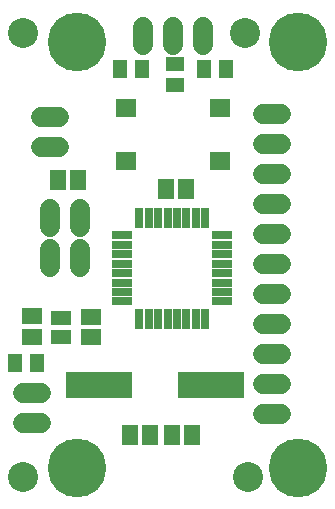
<source format=gbr>
G04 EAGLE Gerber X2 export*
%TF.Part,Single*%
%TF.FileFunction,Soldermask,Top,1*%
%TF.FilePolarity,Positive*%
%TF.GenerationSoftware,Autodesk,EAGLE,9.7.0*%
%TF.CreationDate,2022-05-12T22:12:44Z*%
G75*
%MOMM*%
%FSLAX46Y46*%
%LPD*%
%INSoldermask Top*%
%AMOC8*
5,1,8,0,0,1.08239X$1,22.5*%
G01*
G04 Define Apertures*
%ADD10R,1.367800X1.668500*%
%ADD11R,1.673200X1.223200*%
%ADD12R,1.668500X1.367800*%
%ADD13C,2.540000*%
%ADD14C,1.727200*%
%ADD15R,0.803200X1.703200*%
%ADD16R,1.703200X0.803200*%
%ADD17C,4.965700*%
%ADD18R,1.234400X1.623400*%
%ADD19R,1.623400X1.234400*%
%ADD20R,1.803200X1.603200*%
%ADD21R,5.703200X2.203200*%
D10*
X13067400Y5842000D03*
X11316600Y5842000D03*
X14872600Y5842000D03*
X16623400Y5842000D03*
X14364600Y26670000D03*
X16115400Y26670000D03*
D11*
X5531350Y15719000D03*
X5531350Y14119000D03*
D12*
X3057750Y15861400D03*
X3057750Y14110600D03*
X8024050Y15814100D03*
X8024050Y14063300D03*
D10*
X5220600Y27432000D03*
X6971400Y27432000D03*
D13*
X21336000Y2286000D03*
X2286000Y2286000D03*
X21082000Y39878000D03*
X2286000Y39878000D03*
D14*
X3810000Y32766000D02*
X5334000Y32766000D01*
X5334000Y30226000D02*
X3810000Y30226000D01*
D15*
X12109800Y15663600D03*
X12909800Y15663600D03*
X13709800Y15663600D03*
X14509800Y15663600D03*
X15309800Y15663600D03*
X16109800Y15663600D03*
X16909800Y15663600D03*
X17709800Y15663600D03*
D16*
X19159800Y17113600D03*
X19159800Y17913600D03*
X19159800Y18713600D03*
X19159800Y19513600D03*
X19159800Y20313600D03*
X19159800Y21113600D03*
X19159800Y21913600D03*
X19159800Y22713600D03*
D15*
X17709800Y24163600D03*
X16909800Y24163600D03*
X16109800Y24163600D03*
X15309800Y24163600D03*
X14509800Y24163600D03*
X13709800Y24163600D03*
X12909800Y24163600D03*
X12109800Y24163600D03*
D16*
X10659800Y22713600D03*
X10659800Y21913600D03*
X10659800Y21113600D03*
X10659800Y20313600D03*
X10659800Y19513600D03*
X10659800Y18713600D03*
X10659800Y17913600D03*
X10659800Y17113600D03*
D14*
X22606000Y33020000D02*
X24130000Y33020000D01*
X24130000Y30480000D02*
X22606000Y30480000D01*
X22606000Y27940000D02*
X24130000Y27940000D01*
X24130000Y25400000D02*
X22606000Y25400000D01*
X22606000Y22860000D02*
X24130000Y22860000D01*
X24130000Y20320000D02*
X22606000Y20320000D01*
X22606000Y17780000D02*
X24130000Y17780000D01*
X24130000Y15240000D02*
X22606000Y15240000D01*
X22606000Y12700000D02*
X24130000Y12700000D01*
X24130000Y10160000D02*
X22606000Y10160000D01*
X22606000Y7620000D02*
X24130000Y7620000D01*
D17*
X25527000Y39116000D03*
X25527000Y3048000D03*
X6858000Y39116000D03*
X6858000Y3048000D03*
D18*
X10510500Y36830000D03*
X12349500Y36830000D03*
D19*
X15117800Y35402500D03*
X15117800Y37241500D03*
D18*
X17622500Y36830000D03*
X19461500Y36830000D03*
X1620500Y11938000D03*
X3459500Y11938000D03*
D20*
X18986000Y28992000D03*
X10986000Y28992000D03*
X18986000Y33492000D03*
X10986000Y33492000D03*
D14*
X4572000Y21590000D02*
X4572000Y20066000D01*
X7112000Y20066000D02*
X7112000Y21590000D01*
X4572000Y23414000D02*
X4572000Y24938000D01*
X7112000Y24938000D02*
X7112000Y23414000D01*
X17526000Y38856100D02*
X17526000Y40380100D01*
X14986000Y40380100D02*
X14986000Y38856100D01*
X12446000Y38856100D02*
X12446000Y40380100D01*
X3810000Y6858000D02*
X2286000Y6858000D01*
X2286000Y9398000D02*
X3810000Y9398000D01*
D21*
X18212000Y10057600D03*
X8712000Y10057600D03*
M02*

</source>
